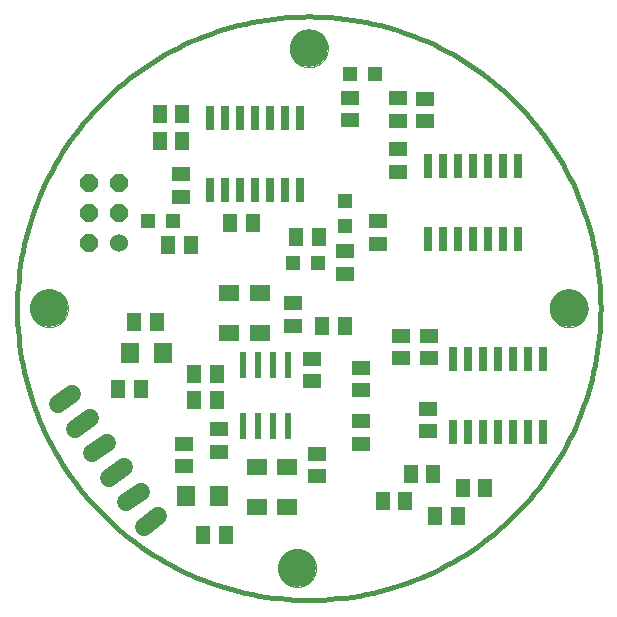
<source format=gts>
G75*
%MOIN*%
%OFA0B0*%
%FSLAX25Y25*%
%IPPOS*%
%LPD*%
%AMOC8*
5,1,8,0,0,1.08239X$1,22.5*
%
%ADD10C,0.01600*%
%ADD11C,0.00000*%
%ADD12C,0.12598*%
%ADD13R,0.05118X0.05906*%
%ADD14R,0.05906X0.05118*%
%ADD15R,0.07087X0.05512*%
%ADD16R,0.02600X0.08000*%
%ADD17R,0.02362X0.08661*%
%ADD18R,0.06299X0.07098*%
%ADD19C,0.06000*%
%ADD20C,0.06000*%
%ADD21OC8,0.06000*%
%ADD22R,0.04724X0.04724*%
D10*
X0002582Y0099819D02*
X0002611Y0102205D01*
X0002699Y0104590D01*
X0002845Y0106972D01*
X0003050Y0109350D01*
X0003313Y0111722D01*
X0003634Y0114087D01*
X0004014Y0116443D01*
X0004450Y0118789D01*
X0004945Y0121124D01*
X0005496Y0123446D01*
X0006104Y0125753D01*
X0006769Y0128045D01*
X0007490Y0130320D01*
X0008266Y0132577D01*
X0009098Y0134814D01*
X0009984Y0137030D01*
X0010924Y0139223D01*
X0011918Y0141393D01*
X0012965Y0143538D01*
X0014064Y0145656D01*
X0015214Y0147747D01*
X0016416Y0149809D01*
X0017668Y0151841D01*
X0018969Y0153841D01*
X0020320Y0155809D01*
X0021718Y0157743D01*
X0023163Y0159642D01*
X0024654Y0161505D01*
X0026190Y0163332D01*
X0027771Y0165119D01*
X0029395Y0166868D01*
X0031062Y0168576D01*
X0032770Y0170243D01*
X0034519Y0171867D01*
X0036306Y0173448D01*
X0038133Y0174984D01*
X0039996Y0176475D01*
X0041895Y0177920D01*
X0043829Y0179318D01*
X0045797Y0180669D01*
X0047797Y0181970D01*
X0049829Y0183222D01*
X0051891Y0184424D01*
X0053982Y0185574D01*
X0056100Y0186673D01*
X0058245Y0187720D01*
X0060415Y0188714D01*
X0062608Y0189654D01*
X0064824Y0190540D01*
X0067061Y0191372D01*
X0069318Y0192148D01*
X0071593Y0192869D01*
X0073885Y0193534D01*
X0076192Y0194142D01*
X0078514Y0194693D01*
X0080849Y0195188D01*
X0083195Y0195624D01*
X0085551Y0196004D01*
X0087916Y0196325D01*
X0090288Y0196588D01*
X0092666Y0196793D01*
X0095048Y0196939D01*
X0097433Y0197027D01*
X0099819Y0197056D01*
X0102205Y0197027D01*
X0104590Y0196939D01*
X0106972Y0196793D01*
X0109350Y0196588D01*
X0111722Y0196325D01*
X0114087Y0196004D01*
X0116443Y0195624D01*
X0118789Y0195188D01*
X0121124Y0194693D01*
X0123446Y0194142D01*
X0125753Y0193534D01*
X0128045Y0192869D01*
X0130320Y0192148D01*
X0132577Y0191372D01*
X0134814Y0190540D01*
X0137030Y0189654D01*
X0139223Y0188714D01*
X0141393Y0187720D01*
X0143538Y0186673D01*
X0145656Y0185574D01*
X0147747Y0184424D01*
X0149809Y0183222D01*
X0151841Y0181970D01*
X0153841Y0180669D01*
X0155809Y0179318D01*
X0157743Y0177920D01*
X0159642Y0176475D01*
X0161505Y0174984D01*
X0163332Y0173448D01*
X0165119Y0171867D01*
X0166868Y0170243D01*
X0168576Y0168576D01*
X0170243Y0166868D01*
X0171867Y0165119D01*
X0173448Y0163332D01*
X0174984Y0161505D01*
X0176475Y0159642D01*
X0177920Y0157743D01*
X0179318Y0155809D01*
X0180669Y0153841D01*
X0181970Y0151841D01*
X0183222Y0149809D01*
X0184424Y0147747D01*
X0185574Y0145656D01*
X0186673Y0143538D01*
X0187720Y0141393D01*
X0188714Y0139223D01*
X0189654Y0137030D01*
X0190540Y0134814D01*
X0191372Y0132577D01*
X0192148Y0130320D01*
X0192869Y0128045D01*
X0193534Y0125753D01*
X0194142Y0123446D01*
X0194693Y0121124D01*
X0195188Y0118789D01*
X0195624Y0116443D01*
X0196004Y0114087D01*
X0196325Y0111722D01*
X0196588Y0109350D01*
X0196793Y0106972D01*
X0196939Y0104590D01*
X0197027Y0102205D01*
X0197056Y0099819D01*
X0197027Y0097433D01*
X0196939Y0095048D01*
X0196793Y0092666D01*
X0196588Y0090288D01*
X0196325Y0087916D01*
X0196004Y0085551D01*
X0195624Y0083195D01*
X0195188Y0080849D01*
X0194693Y0078514D01*
X0194142Y0076192D01*
X0193534Y0073885D01*
X0192869Y0071593D01*
X0192148Y0069318D01*
X0191372Y0067061D01*
X0190540Y0064824D01*
X0189654Y0062608D01*
X0188714Y0060415D01*
X0187720Y0058245D01*
X0186673Y0056100D01*
X0185574Y0053982D01*
X0184424Y0051891D01*
X0183222Y0049829D01*
X0181970Y0047797D01*
X0180669Y0045797D01*
X0179318Y0043829D01*
X0177920Y0041895D01*
X0176475Y0039996D01*
X0174984Y0038133D01*
X0173448Y0036306D01*
X0171867Y0034519D01*
X0170243Y0032770D01*
X0168576Y0031062D01*
X0166868Y0029395D01*
X0165119Y0027771D01*
X0163332Y0026190D01*
X0161505Y0024654D01*
X0159642Y0023163D01*
X0157743Y0021718D01*
X0155809Y0020320D01*
X0153841Y0018969D01*
X0151841Y0017668D01*
X0149809Y0016416D01*
X0147747Y0015214D01*
X0145656Y0014064D01*
X0143538Y0012965D01*
X0141393Y0011918D01*
X0139223Y0010924D01*
X0137030Y0009984D01*
X0134814Y0009098D01*
X0132577Y0008266D01*
X0130320Y0007490D01*
X0128045Y0006769D01*
X0125753Y0006104D01*
X0123446Y0005496D01*
X0121124Y0004945D01*
X0118789Y0004450D01*
X0116443Y0004014D01*
X0114087Y0003634D01*
X0111722Y0003313D01*
X0109350Y0003050D01*
X0106972Y0002845D01*
X0104590Y0002699D01*
X0102205Y0002611D01*
X0099819Y0002582D01*
X0097433Y0002611D01*
X0095048Y0002699D01*
X0092666Y0002845D01*
X0090288Y0003050D01*
X0087916Y0003313D01*
X0085551Y0003634D01*
X0083195Y0004014D01*
X0080849Y0004450D01*
X0078514Y0004945D01*
X0076192Y0005496D01*
X0073885Y0006104D01*
X0071593Y0006769D01*
X0069318Y0007490D01*
X0067061Y0008266D01*
X0064824Y0009098D01*
X0062608Y0009984D01*
X0060415Y0010924D01*
X0058245Y0011918D01*
X0056100Y0012965D01*
X0053982Y0014064D01*
X0051891Y0015214D01*
X0049829Y0016416D01*
X0047797Y0017668D01*
X0045797Y0018969D01*
X0043829Y0020320D01*
X0041895Y0021718D01*
X0039996Y0023163D01*
X0038133Y0024654D01*
X0036306Y0026190D01*
X0034519Y0027771D01*
X0032770Y0029395D01*
X0031062Y0031062D01*
X0029395Y0032770D01*
X0027771Y0034519D01*
X0026190Y0036306D01*
X0024654Y0038133D01*
X0023163Y0039996D01*
X0021718Y0041895D01*
X0020320Y0043829D01*
X0018969Y0045797D01*
X0017668Y0047797D01*
X0016416Y0049829D01*
X0015214Y0051891D01*
X0014064Y0053982D01*
X0012965Y0056100D01*
X0011918Y0058245D01*
X0010924Y0060415D01*
X0009984Y0062608D01*
X0009098Y0064824D01*
X0008266Y0067061D01*
X0007490Y0069318D01*
X0006769Y0071593D01*
X0006104Y0073885D01*
X0005496Y0076192D01*
X0004945Y0078514D01*
X0004450Y0080849D01*
X0004014Y0083195D01*
X0003634Y0085551D01*
X0003313Y0087916D01*
X0003050Y0090288D01*
X0002845Y0092666D01*
X0002699Y0095048D01*
X0002611Y0097433D01*
X0002582Y0099819D01*
D11*
X0006906Y0099819D02*
X0006908Y0099977D01*
X0006914Y0100135D01*
X0006924Y0100293D01*
X0006938Y0100451D01*
X0006956Y0100608D01*
X0006977Y0100765D01*
X0007003Y0100921D01*
X0007033Y0101077D01*
X0007066Y0101232D01*
X0007104Y0101385D01*
X0007145Y0101538D01*
X0007190Y0101690D01*
X0007239Y0101841D01*
X0007292Y0101990D01*
X0007348Y0102138D01*
X0007408Y0102284D01*
X0007472Y0102429D01*
X0007540Y0102572D01*
X0007611Y0102714D01*
X0007685Y0102854D01*
X0007763Y0102991D01*
X0007845Y0103127D01*
X0007929Y0103261D01*
X0008018Y0103392D01*
X0008109Y0103521D01*
X0008204Y0103648D01*
X0008301Y0103773D01*
X0008402Y0103895D01*
X0008506Y0104014D01*
X0008613Y0104131D01*
X0008723Y0104245D01*
X0008836Y0104356D01*
X0008951Y0104465D01*
X0009069Y0104570D01*
X0009190Y0104672D01*
X0009313Y0104772D01*
X0009439Y0104868D01*
X0009567Y0104961D01*
X0009697Y0105051D01*
X0009830Y0105137D01*
X0009965Y0105221D01*
X0010101Y0105300D01*
X0010240Y0105377D01*
X0010381Y0105449D01*
X0010523Y0105519D01*
X0010667Y0105584D01*
X0010813Y0105646D01*
X0010960Y0105704D01*
X0011109Y0105759D01*
X0011259Y0105810D01*
X0011410Y0105857D01*
X0011562Y0105900D01*
X0011715Y0105939D01*
X0011870Y0105975D01*
X0012025Y0106006D01*
X0012181Y0106034D01*
X0012337Y0106058D01*
X0012494Y0106078D01*
X0012652Y0106094D01*
X0012809Y0106106D01*
X0012968Y0106114D01*
X0013126Y0106118D01*
X0013284Y0106118D01*
X0013442Y0106114D01*
X0013601Y0106106D01*
X0013758Y0106094D01*
X0013916Y0106078D01*
X0014073Y0106058D01*
X0014229Y0106034D01*
X0014385Y0106006D01*
X0014540Y0105975D01*
X0014695Y0105939D01*
X0014848Y0105900D01*
X0015000Y0105857D01*
X0015151Y0105810D01*
X0015301Y0105759D01*
X0015450Y0105704D01*
X0015597Y0105646D01*
X0015743Y0105584D01*
X0015887Y0105519D01*
X0016029Y0105449D01*
X0016170Y0105377D01*
X0016309Y0105300D01*
X0016445Y0105221D01*
X0016580Y0105137D01*
X0016713Y0105051D01*
X0016843Y0104961D01*
X0016971Y0104868D01*
X0017097Y0104772D01*
X0017220Y0104672D01*
X0017341Y0104570D01*
X0017459Y0104465D01*
X0017574Y0104356D01*
X0017687Y0104245D01*
X0017797Y0104131D01*
X0017904Y0104014D01*
X0018008Y0103895D01*
X0018109Y0103773D01*
X0018206Y0103648D01*
X0018301Y0103521D01*
X0018392Y0103392D01*
X0018481Y0103261D01*
X0018565Y0103127D01*
X0018647Y0102991D01*
X0018725Y0102854D01*
X0018799Y0102714D01*
X0018870Y0102572D01*
X0018938Y0102429D01*
X0019002Y0102284D01*
X0019062Y0102138D01*
X0019118Y0101990D01*
X0019171Y0101841D01*
X0019220Y0101690D01*
X0019265Y0101538D01*
X0019306Y0101385D01*
X0019344Y0101232D01*
X0019377Y0101077D01*
X0019407Y0100921D01*
X0019433Y0100765D01*
X0019454Y0100608D01*
X0019472Y0100451D01*
X0019486Y0100293D01*
X0019496Y0100135D01*
X0019502Y0099977D01*
X0019504Y0099819D01*
X0019502Y0099661D01*
X0019496Y0099503D01*
X0019486Y0099345D01*
X0019472Y0099187D01*
X0019454Y0099030D01*
X0019433Y0098873D01*
X0019407Y0098717D01*
X0019377Y0098561D01*
X0019344Y0098406D01*
X0019306Y0098253D01*
X0019265Y0098100D01*
X0019220Y0097948D01*
X0019171Y0097797D01*
X0019118Y0097648D01*
X0019062Y0097500D01*
X0019002Y0097354D01*
X0018938Y0097209D01*
X0018870Y0097066D01*
X0018799Y0096924D01*
X0018725Y0096784D01*
X0018647Y0096647D01*
X0018565Y0096511D01*
X0018481Y0096377D01*
X0018392Y0096246D01*
X0018301Y0096117D01*
X0018206Y0095990D01*
X0018109Y0095865D01*
X0018008Y0095743D01*
X0017904Y0095624D01*
X0017797Y0095507D01*
X0017687Y0095393D01*
X0017574Y0095282D01*
X0017459Y0095173D01*
X0017341Y0095068D01*
X0017220Y0094966D01*
X0017097Y0094866D01*
X0016971Y0094770D01*
X0016843Y0094677D01*
X0016713Y0094587D01*
X0016580Y0094501D01*
X0016445Y0094417D01*
X0016309Y0094338D01*
X0016170Y0094261D01*
X0016029Y0094189D01*
X0015887Y0094119D01*
X0015743Y0094054D01*
X0015597Y0093992D01*
X0015450Y0093934D01*
X0015301Y0093879D01*
X0015151Y0093828D01*
X0015000Y0093781D01*
X0014848Y0093738D01*
X0014695Y0093699D01*
X0014540Y0093663D01*
X0014385Y0093632D01*
X0014229Y0093604D01*
X0014073Y0093580D01*
X0013916Y0093560D01*
X0013758Y0093544D01*
X0013601Y0093532D01*
X0013442Y0093524D01*
X0013284Y0093520D01*
X0013126Y0093520D01*
X0012968Y0093524D01*
X0012809Y0093532D01*
X0012652Y0093544D01*
X0012494Y0093560D01*
X0012337Y0093580D01*
X0012181Y0093604D01*
X0012025Y0093632D01*
X0011870Y0093663D01*
X0011715Y0093699D01*
X0011562Y0093738D01*
X0011410Y0093781D01*
X0011259Y0093828D01*
X0011109Y0093879D01*
X0010960Y0093934D01*
X0010813Y0093992D01*
X0010667Y0094054D01*
X0010523Y0094119D01*
X0010381Y0094189D01*
X0010240Y0094261D01*
X0010101Y0094338D01*
X0009965Y0094417D01*
X0009830Y0094501D01*
X0009697Y0094587D01*
X0009567Y0094677D01*
X0009439Y0094770D01*
X0009313Y0094866D01*
X0009190Y0094966D01*
X0009069Y0095068D01*
X0008951Y0095173D01*
X0008836Y0095282D01*
X0008723Y0095393D01*
X0008613Y0095507D01*
X0008506Y0095624D01*
X0008402Y0095743D01*
X0008301Y0095865D01*
X0008204Y0095990D01*
X0008109Y0096117D01*
X0008018Y0096246D01*
X0007929Y0096377D01*
X0007845Y0096511D01*
X0007763Y0096647D01*
X0007685Y0096784D01*
X0007611Y0096924D01*
X0007540Y0097066D01*
X0007472Y0097209D01*
X0007408Y0097354D01*
X0007348Y0097500D01*
X0007292Y0097648D01*
X0007239Y0097797D01*
X0007190Y0097948D01*
X0007145Y0098100D01*
X0007104Y0098253D01*
X0007066Y0098406D01*
X0007033Y0098561D01*
X0007003Y0098717D01*
X0006977Y0098873D01*
X0006956Y0099030D01*
X0006938Y0099187D01*
X0006924Y0099345D01*
X0006914Y0099503D01*
X0006908Y0099661D01*
X0006906Y0099819D01*
X0089583Y0013205D02*
X0089585Y0013363D01*
X0089591Y0013521D01*
X0089601Y0013679D01*
X0089615Y0013837D01*
X0089633Y0013994D01*
X0089654Y0014151D01*
X0089680Y0014307D01*
X0089710Y0014463D01*
X0089743Y0014618D01*
X0089781Y0014771D01*
X0089822Y0014924D01*
X0089867Y0015076D01*
X0089916Y0015227D01*
X0089969Y0015376D01*
X0090025Y0015524D01*
X0090085Y0015670D01*
X0090149Y0015815D01*
X0090217Y0015958D01*
X0090288Y0016100D01*
X0090362Y0016240D01*
X0090440Y0016377D01*
X0090522Y0016513D01*
X0090606Y0016647D01*
X0090695Y0016778D01*
X0090786Y0016907D01*
X0090881Y0017034D01*
X0090978Y0017159D01*
X0091079Y0017281D01*
X0091183Y0017400D01*
X0091290Y0017517D01*
X0091400Y0017631D01*
X0091513Y0017742D01*
X0091628Y0017851D01*
X0091746Y0017956D01*
X0091867Y0018058D01*
X0091990Y0018158D01*
X0092116Y0018254D01*
X0092244Y0018347D01*
X0092374Y0018437D01*
X0092507Y0018523D01*
X0092642Y0018607D01*
X0092778Y0018686D01*
X0092917Y0018763D01*
X0093058Y0018835D01*
X0093200Y0018905D01*
X0093344Y0018970D01*
X0093490Y0019032D01*
X0093637Y0019090D01*
X0093786Y0019145D01*
X0093936Y0019196D01*
X0094087Y0019243D01*
X0094239Y0019286D01*
X0094392Y0019325D01*
X0094547Y0019361D01*
X0094702Y0019392D01*
X0094858Y0019420D01*
X0095014Y0019444D01*
X0095171Y0019464D01*
X0095329Y0019480D01*
X0095486Y0019492D01*
X0095645Y0019500D01*
X0095803Y0019504D01*
X0095961Y0019504D01*
X0096119Y0019500D01*
X0096278Y0019492D01*
X0096435Y0019480D01*
X0096593Y0019464D01*
X0096750Y0019444D01*
X0096906Y0019420D01*
X0097062Y0019392D01*
X0097217Y0019361D01*
X0097372Y0019325D01*
X0097525Y0019286D01*
X0097677Y0019243D01*
X0097828Y0019196D01*
X0097978Y0019145D01*
X0098127Y0019090D01*
X0098274Y0019032D01*
X0098420Y0018970D01*
X0098564Y0018905D01*
X0098706Y0018835D01*
X0098847Y0018763D01*
X0098986Y0018686D01*
X0099122Y0018607D01*
X0099257Y0018523D01*
X0099390Y0018437D01*
X0099520Y0018347D01*
X0099648Y0018254D01*
X0099774Y0018158D01*
X0099897Y0018058D01*
X0100018Y0017956D01*
X0100136Y0017851D01*
X0100251Y0017742D01*
X0100364Y0017631D01*
X0100474Y0017517D01*
X0100581Y0017400D01*
X0100685Y0017281D01*
X0100786Y0017159D01*
X0100883Y0017034D01*
X0100978Y0016907D01*
X0101069Y0016778D01*
X0101158Y0016647D01*
X0101242Y0016513D01*
X0101324Y0016377D01*
X0101402Y0016240D01*
X0101476Y0016100D01*
X0101547Y0015958D01*
X0101615Y0015815D01*
X0101679Y0015670D01*
X0101739Y0015524D01*
X0101795Y0015376D01*
X0101848Y0015227D01*
X0101897Y0015076D01*
X0101942Y0014924D01*
X0101983Y0014771D01*
X0102021Y0014618D01*
X0102054Y0014463D01*
X0102084Y0014307D01*
X0102110Y0014151D01*
X0102131Y0013994D01*
X0102149Y0013837D01*
X0102163Y0013679D01*
X0102173Y0013521D01*
X0102179Y0013363D01*
X0102181Y0013205D01*
X0102179Y0013047D01*
X0102173Y0012889D01*
X0102163Y0012731D01*
X0102149Y0012573D01*
X0102131Y0012416D01*
X0102110Y0012259D01*
X0102084Y0012103D01*
X0102054Y0011947D01*
X0102021Y0011792D01*
X0101983Y0011639D01*
X0101942Y0011486D01*
X0101897Y0011334D01*
X0101848Y0011183D01*
X0101795Y0011034D01*
X0101739Y0010886D01*
X0101679Y0010740D01*
X0101615Y0010595D01*
X0101547Y0010452D01*
X0101476Y0010310D01*
X0101402Y0010170D01*
X0101324Y0010033D01*
X0101242Y0009897D01*
X0101158Y0009763D01*
X0101069Y0009632D01*
X0100978Y0009503D01*
X0100883Y0009376D01*
X0100786Y0009251D01*
X0100685Y0009129D01*
X0100581Y0009010D01*
X0100474Y0008893D01*
X0100364Y0008779D01*
X0100251Y0008668D01*
X0100136Y0008559D01*
X0100018Y0008454D01*
X0099897Y0008352D01*
X0099774Y0008252D01*
X0099648Y0008156D01*
X0099520Y0008063D01*
X0099390Y0007973D01*
X0099257Y0007887D01*
X0099122Y0007803D01*
X0098986Y0007724D01*
X0098847Y0007647D01*
X0098706Y0007575D01*
X0098564Y0007505D01*
X0098420Y0007440D01*
X0098274Y0007378D01*
X0098127Y0007320D01*
X0097978Y0007265D01*
X0097828Y0007214D01*
X0097677Y0007167D01*
X0097525Y0007124D01*
X0097372Y0007085D01*
X0097217Y0007049D01*
X0097062Y0007018D01*
X0096906Y0006990D01*
X0096750Y0006966D01*
X0096593Y0006946D01*
X0096435Y0006930D01*
X0096278Y0006918D01*
X0096119Y0006910D01*
X0095961Y0006906D01*
X0095803Y0006906D01*
X0095645Y0006910D01*
X0095486Y0006918D01*
X0095329Y0006930D01*
X0095171Y0006946D01*
X0095014Y0006966D01*
X0094858Y0006990D01*
X0094702Y0007018D01*
X0094547Y0007049D01*
X0094392Y0007085D01*
X0094239Y0007124D01*
X0094087Y0007167D01*
X0093936Y0007214D01*
X0093786Y0007265D01*
X0093637Y0007320D01*
X0093490Y0007378D01*
X0093344Y0007440D01*
X0093200Y0007505D01*
X0093058Y0007575D01*
X0092917Y0007647D01*
X0092778Y0007724D01*
X0092642Y0007803D01*
X0092507Y0007887D01*
X0092374Y0007973D01*
X0092244Y0008063D01*
X0092116Y0008156D01*
X0091990Y0008252D01*
X0091867Y0008352D01*
X0091746Y0008454D01*
X0091628Y0008559D01*
X0091513Y0008668D01*
X0091400Y0008779D01*
X0091290Y0008893D01*
X0091183Y0009010D01*
X0091079Y0009129D01*
X0090978Y0009251D01*
X0090881Y0009376D01*
X0090786Y0009503D01*
X0090695Y0009632D01*
X0090606Y0009763D01*
X0090522Y0009897D01*
X0090440Y0010033D01*
X0090362Y0010170D01*
X0090288Y0010310D01*
X0090217Y0010452D01*
X0090149Y0010595D01*
X0090085Y0010740D01*
X0090025Y0010886D01*
X0089969Y0011034D01*
X0089916Y0011183D01*
X0089867Y0011334D01*
X0089822Y0011486D01*
X0089781Y0011639D01*
X0089743Y0011792D01*
X0089710Y0011947D01*
X0089680Y0012103D01*
X0089654Y0012259D01*
X0089633Y0012416D01*
X0089615Y0012573D01*
X0089601Y0012731D01*
X0089591Y0012889D01*
X0089585Y0013047D01*
X0089583Y0013205D01*
X0180134Y0099819D02*
X0180136Y0099977D01*
X0180142Y0100135D01*
X0180152Y0100293D01*
X0180166Y0100451D01*
X0180184Y0100608D01*
X0180205Y0100765D01*
X0180231Y0100921D01*
X0180261Y0101077D01*
X0180294Y0101232D01*
X0180332Y0101385D01*
X0180373Y0101538D01*
X0180418Y0101690D01*
X0180467Y0101841D01*
X0180520Y0101990D01*
X0180576Y0102138D01*
X0180636Y0102284D01*
X0180700Y0102429D01*
X0180768Y0102572D01*
X0180839Y0102714D01*
X0180913Y0102854D01*
X0180991Y0102991D01*
X0181073Y0103127D01*
X0181157Y0103261D01*
X0181246Y0103392D01*
X0181337Y0103521D01*
X0181432Y0103648D01*
X0181529Y0103773D01*
X0181630Y0103895D01*
X0181734Y0104014D01*
X0181841Y0104131D01*
X0181951Y0104245D01*
X0182064Y0104356D01*
X0182179Y0104465D01*
X0182297Y0104570D01*
X0182418Y0104672D01*
X0182541Y0104772D01*
X0182667Y0104868D01*
X0182795Y0104961D01*
X0182925Y0105051D01*
X0183058Y0105137D01*
X0183193Y0105221D01*
X0183329Y0105300D01*
X0183468Y0105377D01*
X0183609Y0105449D01*
X0183751Y0105519D01*
X0183895Y0105584D01*
X0184041Y0105646D01*
X0184188Y0105704D01*
X0184337Y0105759D01*
X0184487Y0105810D01*
X0184638Y0105857D01*
X0184790Y0105900D01*
X0184943Y0105939D01*
X0185098Y0105975D01*
X0185253Y0106006D01*
X0185409Y0106034D01*
X0185565Y0106058D01*
X0185722Y0106078D01*
X0185880Y0106094D01*
X0186037Y0106106D01*
X0186196Y0106114D01*
X0186354Y0106118D01*
X0186512Y0106118D01*
X0186670Y0106114D01*
X0186829Y0106106D01*
X0186986Y0106094D01*
X0187144Y0106078D01*
X0187301Y0106058D01*
X0187457Y0106034D01*
X0187613Y0106006D01*
X0187768Y0105975D01*
X0187923Y0105939D01*
X0188076Y0105900D01*
X0188228Y0105857D01*
X0188379Y0105810D01*
X0188529Y0105759D01*
X0188678Y0105704D01*
X0188825Y0105646D01*
X0188971Y0105584D01*
X0189115Y0105519D01*
X0189257Y0105449D01*
X0189398Y0105377D01*
X0189537Y0105300D01*
X0189673Y0105221D01*
X0189808Y0105137D01*
X0189941Y0105051D01*
X0190071Y0104961D01*
X0190199Y0104868D01*
X0190325Y0104772D01*
X0190448Y0104672D01*
X0190569Y0104570D01*
X0190687Y0104465D01*
X0190802Y0104356D01*
X0190915Y0104245D01*
X0191025Y0104131D01*
X0191132Y0104014D01*
X0191236Y0103895D01*
X0191337Y0103773D01*
X0191434Y0103648D01*
X0191529Y0103521D01*
X0191620Y0103392D01*
X0191709Y0103261D01*
X0191793Y0103127D01*
X0191875Y0102991D01*
X0191953Y0102854D01*
X0192027Y0102714D01*
X0192098Y0102572D01*
X0192166Y0102429D01*
X0192230Y0102284D01*
X0192290Y0102138D01*
X0192346Y0101990D01*
X0192399Y0101841D01*
X0192448Y0101690D01*
X0192493Y0101538D01*
X0192534Y0101385D01*
X0192572Y0101232D01*
X0192605Y0101077D01*
X0192635Y0100921D01*
X0192661Y0100765D01*
X0192682Y0100608D01*
X0192700Y0100451D01*
X0192714Y0100293D01*
X0192724Y0100135D01*
X0192730Y0099977D01*
X0192732Y0099819D01*
X0192730Y0099661D01*
X0192724Y0099503D01*
X0192714Y0099345D01*
X0192700Y0099187D01*
X0192682Y0099030D01*
X0192661Y0098873D01*
X0192635Y0098717D01*
X0192605Y0098561D01*
X0192572Y0098406D01*
X0192534Y0098253D01*
X0192493Y0098100D01*
X0192448Y0097948D01*
X0192399Y0097797D01*
X0192346Y0097648D01*
X0192290Y0097500D01*
X0192230Y0097354D01*
X0192166Y0097209D01*
X0192098Y0097066D01*
X0192027Y0096924D01*
X0191953Y0096784D01*
X0191875Y0096647D01*
X0191793Y0096511D01*
X0191709Y0096377D01*
X0191620Y0096246D01*
X0191529Y0096117D01*
X0191434Y0095990D01*
X0191337Y0095865D01*
X0191236Y0095743D01*
X0191132Y0095624D01*
X0191025Y0095507D01*
X0190915Y0095393D01*
X0190802Y0095282D01*
X0190687Y0095173D01*
X0190569Y0095068D01*
X0190448Y0094966D01*
X0190325Y0094866D01*
X0190199Y0094770D01*
X0190071Y0094677D01*
X0189941Y0094587D01*
X0189808Y0094501D01*
X0189673Y0094417D01*
X0189537Y0094338D01*
X0189398Y0094261D01*
X0189257Y0094189D01*
X0189115Y0094119D01*
X0188971Y0094054D01*
X0188825Y0093992D01*
X0188678Y0093934D01*
X0188529Y0093879D01*
X0188379Y0093828D01*
X0188228Y0093781D01*
X0188076Y0093738D01*
X0187923Y0093699D01*
X0187768Y0093663D01*
X0187613Y0093632D01*
X0187457Y0093604D01*
X0187301Y0093580D01*
X0187144Y0093560D01*
X0186986Y0093544D01*
X0186829Y0093532D01*
X0186670Y0093524D01*
X0186512Y0093520D01*
X0186354Y0093520D01*
X0186196Y0093524D01*
X0186037Y0093532D01*
X0185880Y0093544D01*
X0185722Y0093560D01*
X0185565Y0093580D01*
X0185409Y0093604D01*
X0185253Y0093632D01*
X0185098Y0093663D01*
X0184943Y0093699D01*
X0184790Y0093738D01*
X0184638Y0093781D01*
X0184487Y0093828D01*
X0184337Y0093879D01*
X0184188Y0093934D01*
X0184041Y0093992D01*
X0183895Y0094054D01*
X0183751Y0094119D01*
X0183609Y0094189D01*
X0183468Y0094261D01*
X0183329Y0094338D01*
X0183193Y0094417D01*
X0183058Y0094501D01*
X0182925Y0094587D01*
X0182795Y0094677D01*
X0182667Y0094770D01*
X0182541Y0094866D01*
X0182418Y0094966D01*
X0182297Y0095068D01*
X0182179Y0095173D01*
X0182064Y0095282D01*
X0181951Y0095393D01*
X0181841Y0095507D01*
X0181734Y0095624D01*
X0181630Y0095743D01*
X0181529Y0095865D01*
X0181432Y0095990D01*
X0181337Y0096117D01*
X0181246Y0096246D01*
X0181157Y0096377D01*
X0181073Y0096511D01*
X0180991Y0096647D01*
X0180913Y0096784D01*
X0180839Y0096924D01*
X0180768Y0097066D01*
X0180700Y0097209D01*
X0180636Y0097354D01*
X0180576Y0097500D01*
X0180520Y0097648D01*
X0180467Y0097797D01*
X0180418Y0097948D01*
X0180373Y0098100D01*
X0180332Y0098253D01*
X0180294Y0098406D01*
X0180261Y0098561D01*
X0180231Y0098717D01*
X0180205Y0098873D01*
X0180184Y0099030D01*
X0180166Y0099187D01*
X0180152Y0099345D01*
X0180142Y0099503D01*
X0180136Y0099661D01*
X0180134Y0099819D01*
X0093520Y0186433D02*
X0093522Y0186591D01*
X0093528Y0186749D01*
X0093538Y0186907D01*
X0093552Y0187065D01*
X0093570Y0187222D01*
X0093591Y0187379D01*
X0093617Y0187535D01*
X0093647Y0187691D01*
X0093680Y0187846D01*
X0093718Y0187999D01*
X0093759Y0188152D01*
X0093804Y0188304D01*
X0093853Y0188455D01*
X0093906Y0188604D01*
X0093962Y0188752D01*
X0094022Y0188898D01*
X0094086Y0189043D01*
X0094154Y0189186D01*
X0094225Y0189328D01*
X0094299Y0189468D01*
X0094377Y0189605D01*
X0094459Y0189741D01*
X0094543Y0189875D01*
X0094632Y0190006D01*
X0094723Y0190135D01*
X0094818Y0190262D01*
X0094915Y0190387D01*
X0095016Y0190509D01*
X0095120Y0190628D01*
X0095227Y0190745D01*
X0095337Y0190859D01*
X0095450Y0190970D01*
X0095565Y0191079D01*
X0095683Y0191184D01*
X0095804Y0191286D01*
X0095927Y0191386D01*
X0096053Y0191482D01*
X0096181Y0191575D01*
X0096311Y0191665D01*
X0096444Y0191751D01*
X0096579Y0191835D01*
X0096715Y0191914D01*
X0096854Y0191991D01*
X0096995Y0192063D01*
X0097137Y0192133D01*
X0097281Y0192198D01*
X0097427Y0192260D01*
X0097574Y0192318D01*
X0097723Y0192373D01*
X0097873Y0192424D01*
X0098024Y0192471D01*
X0098176Y0192514D01*
X0098329Y0192553D01*
X0098484Y0192589D01*
X0098639Y0192620D01*
X0098795Y0192648D01*
X0098951Y0192672D01*
X0099108Y0192692D01*
X0099266Y0192708D01*
X0099423Y0192720D01*
X0099582Y0192728D01*
X0099740Y0192732D01*
X0099898Y0192732D01*
X0100056Y0192728D01*
X0100215Y0192720D01*
X0100372Y0192708D01*
X0100530Y0192692D01*
X0100687Y0192672D01*
X0100843Y0192648D01*
X0100999Y0192620D01*
X0101154Y0192589D01*
X0101309Y0192553D01*
X0101462Y0192514D01*
X0101614Y0192471D01*
X0101765Y0192424D01*
X0101915Y0192373D01*
X0102064Y0192318D01*
X0102211Y0192260D01*
X0102357Y0192198D01*
X0102501Y0192133D01*
X0102643Y0192063D01*
X0102784Y0191991D01*
X0102923Y0191914D01*
X0103059Y0191835D01*
X0103194Y0191751D01*
X0103327Y0191665D01*
X0103457Y0191575D01*
X0103585Y0191482D01*
X0103711Y0191386D01*
X0103834Y0191286D01*
X0103955Y0191184D01*
X0104073Y0191079D01*
X0104188Y0190970D01*
X0104301Y0190859D01*
X0104411Y0190745D01*
X0104518Y0190628D01*
X0104622Y0190509D01*
X0104723Y0190387D01*
X0104820Y0190262D01*
X0104915Y0190135D01*
X0105006Y0190006D01*
X0105095Y0189875D01*
X0105179Y0189741D01*
X0105261Y0189605D01*
X0105339Y0189468D01*
X0105413Y0189328D01*
X0105484Y0189186D01*
X0105552Y0189043D01*
X0105616Y0188898D01*
X0105676Y0188752D01*
X0105732Y0188604D01*
X0105785Y0188455D01*
X0105834Y0188304D01*
X0105879Y0188152D01*
X0105920Y0187999D01*
X0105958Y0187846D01*
X0105991Y0187691D01*
X0106021Y0187535D01*
X0106047Y0187379D01*
X0106068Y0187222D01*
X0106086Y0187065D01*
X0106100Y0186907D01*
X0106110Y0186749D01*
X0106116Y0186591D01*
X0106118Y0186433D01*
X0106116Y0186275D01*
X0106110Y0186117D01*
X0106100Y0185959D01*
X0106086Y0185801D01*
X0106068Y0185644D01*
X0106047Y0185487D01*
X0106021Y0185331D01*
X0105991Y0185175D01*
X0105958Y0185020D01*
X0105920Y0184867D01*
X0105879Y0184714D01*
X0105834Y0184562D01*
X0105785Y0184411D01*
X0105732Y0184262D01*
X0105676Y0184114D01*
X0105616Y0183968D01*
X0105552Y0183823D01*
X0105484Y0183680D01*
X0105413Y0183538D01*
X0105339Y0183398D01*
X0105261Y0183261D01*
X0105179Y0183125D01*
X0105095Y0182991D01*
X0105006Y0182860D01*
X0104915Y0182731D01*
X0104820Y0182604D01*
X0104723Y0182479D01*
X0104622Y0182357D01*
X0104518Y0182238D01*
X0104411Y0182121D01*
X0104301Y0182007D01*
X0104188Y0181896D01*
X0104073Y0181787D01*
X0103955Y0181682D01*
X0103834Y0181580D01*
X0103711Y0181480D01*
X0103585Y0181384D01*
X0103457Y0181291D01*
X0103327Y0181201D01*
X0103194Y0181115D01*
X0103059Y0181031D01*
X0102923Y0180952D01*
X0102784Y0180875D01*
X0102643Y0180803D01*
X0102501Y0180733D01*
X0102357Y0180668D01*
X0102211Y0180606D01*
X0102064Y0180548D01*
X0101915Y0180493D01*
X0101765Y0180442D01*
X0101614Y0180395D01*
X0101462Y0180352D01*
X0101309Y0180313D01*
X0101154Y0180277D01*
X0100999Y0180246D01*
X0100843Y0180218D01*
X0100687Y0180194D01*
X0100530Y0180174D01*
X0100372Y0180158D01*
X0100215Y0180146D01*
X0100056Y0180138D01*
X0099898Y0180134D01*
X0099740Y0180134D01*
X0099582Y0180138D01*
X0099423Y0180146D01*
X0099266Y0180158D01*
X0099108Y0180174D01*
X0098951Y0180194D01*
X0098795Y0180218D01*
X0098639Y0180246D01*
X0098484Y0180277D01*
X0098329Y0180313D01*
X0098176Y0180352D01*
X0098024Y0180395D01*
X0097873Y0180442D01*
X0097723Y0180493D01*
X0097574Y0180548D01*
X0097427Y0180606D01*
X0097281Y0180668D01*
X0097137Y0180733D01*
X0096995Y0180803D01*
X0096854Y0180875D01*
X0096715Y0180952D01*
X0096579Y0181031D01*
X0096444Y0181115D01*
X0096311Y0181201D01*
X0096181Y0181291D01*
X0096053Y0181384D01*
X0095927Y0181480D01*
X0095804Y0181580D01*
X0095683Y0181682D01*
X0095565Y0181787D01*
X0095450Y0181896D01*
X0095337Y0182007D01*
X0095227Y0182121D01*
X0095120Y0182238D01*
X0095016Y0182357D01*
X0094915Y0182479D01*
X0094818Y0182604D01*
X0094723Y0182731D01*
X0094632Y0182860D01*
X0094543Y0182991D01*
X0094459Y0183125D01*
X0094377Y0183261D01*
X0094299Y0183398D01*
X0094225Y0183538D01*
X0094154Y0183680D01*
X0094086Y0183823D01*
X0094022Y0183968D01*
X0093962Y0184114D01*
X0093906Y0184262D01*
X0093853Y0184411D01*
X0093804Y0184562D01*
X0093759Y0184714D01*
X0093718Y0184867D01*
X0093680Y0185020D01*
X0093647Y0185175D01*
X0093617Y0185331D01*
X0093591Y0185487D01*
X0093570Y0185644D01*
X0093552Y0185801D01*
X0093538Y0185959D01*
X0093528Y0186117D01*
X0093522Y0186275D01*
X0093520Y0186433D01*
D12*
X0099819Y0186433D03*
X0186433Y0099819D03*
X0095882Y0013205D03*
X0013205Y0099819D03*
D13*
X0041709Y0095323D03*
X0049189Y0095323D03*
X0061709Y0077898D03*
X0069189Y0077898D03*
X0069189Y0069276D03*
X0061709Y0069276D03*
X0043780Y0072937D03*
X0036299Y0072937D03*
X0052969Y0120882D03*
X0060449Y0120882D03*
X0073638Y0128362D03*
X0081118Y0128362D03*
X0095685Y0123638D03*
X0103165Y0123638D03*
X0104323Y0093850D03*
X0111803Y0093850D03*
X0133756Y0044575D03*
X0141236Y0044575D03*
X0151197Y0039850D03*
X0158677Y0039850D03*
X0149425Y0030598D03*
X0141945Y0030598D03*
X0131984Y0035520D03*
X0124504Y0035520D03*
X0072189Y0024307D03*
X0064709Y0024307D03*
X0057654Y0155402D03*
X0050173Y0155402D03*
X0050173Y0164457D03*
X0057654Y0164457D03*
D14*
X0057102Y0144504D03*
X0057102Y0137024D03*
X0094575Y0101488D03*
X0094575Y0094008D03*
X0101000Y0082969D03*
X0101000Y0075488D03*
X0117220Y0072433D03*
X0117220Y0079913D03*
X0130598Y0083126D03*
X0130598Y0090606D03*
X0139850Y0090646D03*
X0139850Y0083165D03*
X0139661Y0066252D03*
X0139661Y0058772D03*
X0117339Y0062134D03*
X0117339Y0054654D03*
X0102567Y0051331D03*
X0102567Y0043850D03*
X0069835Y0052008D03*
X0069835Y0059488D03*
X0058150Y0054614D03*
X0058150Y0047134D03*
X0112024Y0111236D03*
X0112024Y0118717D03*
X0122976Y0121354D03*
X0122976Y0128835D03*
X0129417Y0145370D03*
X0129417Y0152850D03*
X0129417Y0162260D03*
X0129417Y0169740D03*
X0138472Y0169661D03*
X0138472Y0162181D03*
X0113598Y0162417D03*
X0113598Y0169898D03*
D15*
X0083394Y0104835D03*
X0073213Y0104835D03*
X0073213Y0091449D03*
X0083394Y0091449D03*
X0082386Y0046803D03*
X0092567Y0046803D03*
X0092567Y0033417D03*
X0082386Y0033417D03*
D16*
X0147929Y0058672D03*
X0152929Y0058672D03*
X0157929Y0058672D03*
X0162929Y0058672D03*
X0167929Y0058672D03*
X0172929Y0058672D03*
X0177929Y0058672D03*
X0177929Y0082872D03*
X0172929Y0082872D03*
X0167929Y0082872D03*
X0162929Y0082872D03*
X0157929Y0082872D03*
X0152929Y0082872D03*
X0147929Y0082872D03*
X0149661Y0122845D03*
X0144661Y0122845D03*
X0139661Y0122845D03*
X0154661Y0122845D03*
X0159661Y0122845D03*
X0164661Y0122845D03*
X0169661Y0122845D03*
X0169661Y0147045D03*
X0164661Y0147045D03*
X0159661Y0147045D03*
X0154661Y0147045D03*
X0149661Y0147045D03*
X0144661Y0147045D03*
X0139661Y0147045D03*
X0096984Y0139144D03*
X0091984Y0139144D03*
X0086984Y0139144D03*
X0081984Y0139144D03*
X0076984Y0139144D03*
X0071984Y0139144D03*
X0066984Y0139144D03*
X0066984Y0163344D03*
X0071984Y0163344D03*
X0076984Y0163344D03*
X0081984Y0163344D03*
X0086984Y0163344D03*
X0091984Y0163344D03*
X0096984Y0163344D03*
D17*
X0092831Y0080953D03*
X0087831Y0080953D03*
X0082831Y0080953D03*
X0077831Y0080953D03*
X0077831Y0060480D03*
X0082831Y0060480D03*
X0087831Y0060480D03*
X0092831Y0060480D03*
D18*
X0070016Y0037362D03*
X0058819Y0037362D03*
X0051252Y0085039D03*
X0040055Y0085039D03*
D19*
X0043927Y0038575D02*
X0039012Y0035134D01*
X0033277Y0043325D02*
X0038191Y0046767D01*
X0032456Y0054958D02*
X0027541Y0051517D01*
X0021805Y0059708D02*
X0026720Y0063150D01*
X0020984Y0071341D02*
X0016069Y0067900D01*
X0044748Y0026942D02*
X0049663Y0030384D01*
D20*
X0036465Y0121630D03*
D21*
X0036465Y0131630D03*
X0036465Y0141630D03*
X0026465Y0141630D03*
X0026465Y0131630D03*
X0026465Y0121630D03*
D22*
X0046276Y0128756D03*
X0054543Y0128756D03*
X0094701Y0114976D03*
X0102969Y0114976D03*
X0112024Y0127181D03*
X0112024Y0135449D03*
X0113598Y0177969D03*
X0121866Y0177969D03*
M02*

</source>
